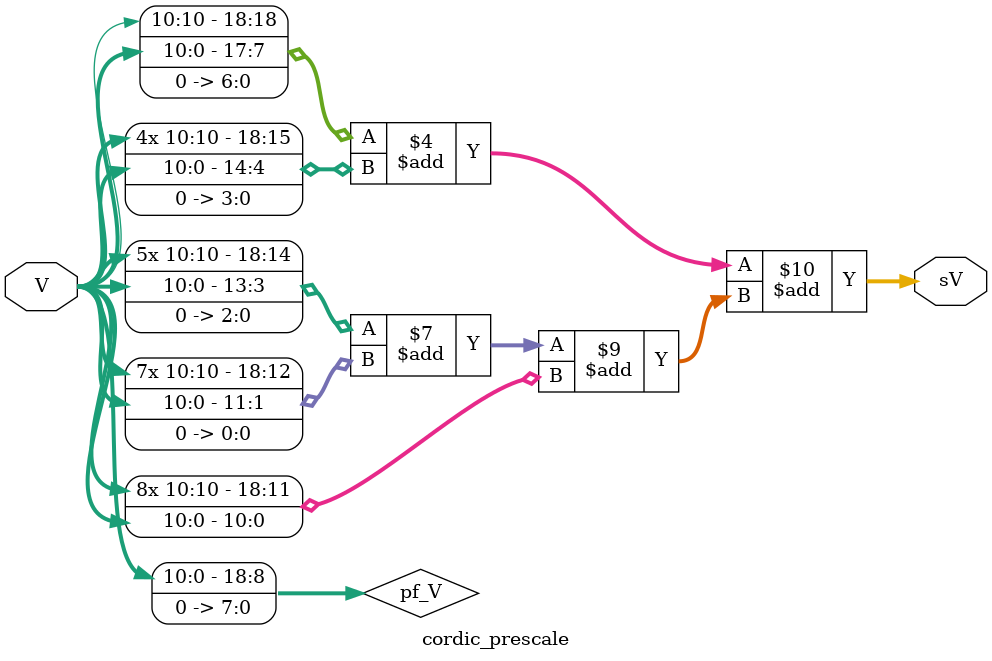
<source format=v>

module cordic_prescale(sV, V);
	input signed [10:0] V;
	output signed [18:0] sV;
	
	wire signed [18:0] pf_V, pf_sV;
	assign pf_V = V<<8;
	assign sV = ((pf_V>>>1) + (pf_V>>>4)) + (((pf_V>>>5) + (pf_V>>>7)) + (pf_V>>>8));
endmodule

</source>
